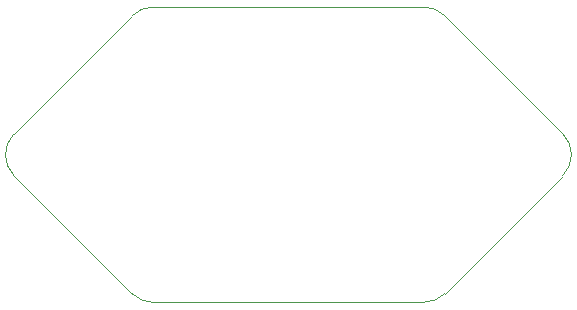
<source format=gm1>
G04 #@! TF.GenerationSoftware,KiCad,Pcbnew,8.0.4*
G04 #@! TF.CreationDate,2024-08-10T17:47:18+02:00*
G04 #@! TF.ProjectId,debubo,64656275-626f-42e6-9b69-6361645f7063,0*
G04 #@! TF.SameCoordinates,Original*
G04 #@! TF.FileFunction,Profile,NP*
%FSLAX46Y46*%
G04 Gerber Fmt 4.6, Leading zero omitted, Abs format (unit mm)*
G04 Created by KiCad (PCBNEW 8.0.4) date 2024-08-10 17:47:18*
%MOMM*%
%LPD*%
G01*
G04 APERTURE LIST*
G04 #@! TA.AperFunction,Profile*
%ADD10C,0.050000*%
G04 #@! TD*
G04 APERTURE END LIST*
D10*
X164732233Y-97767767D02*
X154732233Y-107767767D01*
X152964466Y-83500000D02*
G75*
G02*
X154732209Y-84232257I34J-2499800D01*
G01*
X118267767Y-97767767D02*
X128267767Y-107767767D01*
X154732233Y-107767767D02*
G75*
G02*
X152964466Y-108499976I-1767733J1767767D01*
G01*
X128267767Y-84232233D02*
G75*
G02*
X130035534Y-83500024I1767733J-1767767D01*
G01*
X118267767Y-94232233D02*
X128267767Y-84232233D01*
X164732233Y-94232233D02*
G75*
G02*
X164732233Y-97767767I-1767733J-1767767D01*
G01*
X164732233Y-94232233D02*
X154732233Y-84232233D01*
X130035534Y-108500000D02*
G75*
G02*
X128267750Y-107767784I-34J2500000D01*
G01*
X130035534Y-108500000D02*
X152964466Y-108500000D01*
X118267767Y-97767767D02*
G75*
G02*
X118267767Y-94232233I1767733J1767767D01*
G01*
X130035534Y-83500000D02*
X152964466Y-83500000D01*
M02*

</source>
